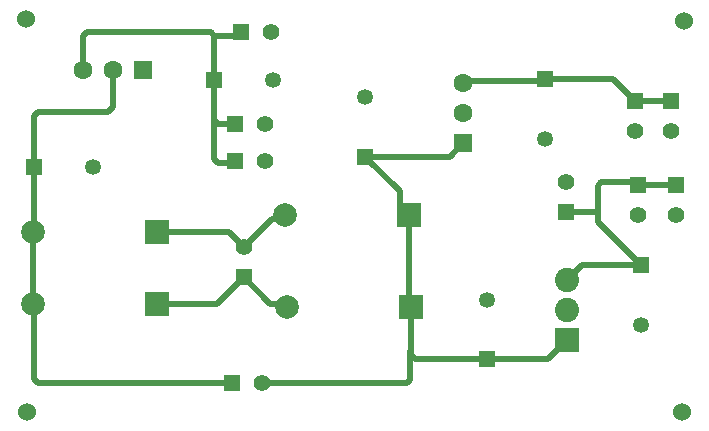
<source format=gbl>
G04*
G04 #@! TF.GenerationSoftware,Altium Limited,Altium Designer,20.2.5 (213)*
G04*
G04 Layer_Physical_Order=2*
G04 Layer_Color=16711680*
%FSLAX44Y44*%
%MOMM*%
G71*
G04*
G04 #@! TF.SameCoordinates,7541D054-3382-41C0-95A3-E9C1F66121CC*
G04*
G04*
G04 #@! TF.FilePolarity,Positive*
G04*
G01*
G75*
%ADD25C,2.0500*%
%ADD26R,2.0500X2.0500*%
%ADD29C,0.5080*%
%ADD30R,1.3500X1.3500*%
%ADD31C,1.3500*%
%ADD32R,1.4000X1.4000*%
%ADD33C,1.4000*%
%ADD34R,1.4000X1.4000*%
%ADD35C,1.5240*%
%ADD36C,1.6000*%
%ADD37R,1.6000X1.6000*%
%ADD38R,1.3500X1.3500*%
%ADD39C,2.0000*%
%ADD40R,2.0000X2.0000*%
%ADD41R,1.6000X1.6000*%
%ADD42C,1.6000*%
D25*
X480384Y134365D02*
D03*
Y109015D02*
D03*
D26*
Y83665D02*
D03*
D29*
X506734Y191770D02*
Y213989D01*
Y183545D02*
Y191770D01*
X480060D02*
X506734D01*
X572668Y214528D02*
X572770Y214630D01*
X541126Y214528D02*
X572668D01*
X541024Y214425D02*
X541126Y214528D01*
X182014Y236656D02*
Y269676D01*
X198120Y233680D02*
X199390Y234950D01*
X184990Y233680D02*
X198120D01*
X182014Y236656D02*
X184990Y233680D01*
X182014Y269676D02*
Y303325D01*
X184990Y266700D02*
X199390D01*
X182014Y269676D02*
X184990Y266700D01*
X201289Y340989D02*
X204470Y344170D01*
X182014Y340989D02*
X201289D01*
X538484Y285545D02*
X538586Y285648D01*
X568858D01*
X568960Y285750D01*
X348214Y74725D02*
Y111555D01*
Y71351D02*
Y74725D01*
X222254Y46785D02*
X345008D01*
X347984Y49761D01*
Y74495D01*
X348214Y74725D01*
X412754Y67505D02*
X464224D01*
X480384Y83665D01*
X28984Y114095D02*
X29214Y113865D01*
Y50595D02*
Y113865D01*
Y50595D02*
X33024Y46785D01*
X196854D01*
X33024Y276655D02*
X92278D01*
X96524Y280901D02*
Y312215D01*
X92278Y276655D02*
X96524Y280901D01*
X29614Y229665D02*
Y273245D01*
X33024Y276655D01*
X74100Y343965D02*
X179038D01*
X182014Y303325D02*
Y340989D01*
X179038Y343965D02*
X182014Y340989D01*
X71124Y312215D02*
Y340989D01*
X74100Y343965D01*
X538484Y216965D02*
X541024Y214425D01*
X509710Y216965D02*
X538484D01*
X506734Y213989D02*
X509710Y216965D01*
X506734Y183545D02*
X543564Y146715D01*
X480384Y134365D02*
X480956D01*
X493306Y146715D01*
X543564D01*
X462284Y304195D02*
X519834D01*
X538484Y285545D01*
X460579Y302490D02*
X462284Y304195D01*
X394139Y302490D02*
X460579D01*
X392434Y300785D02*
X394139Y302490D01*
X309884Y238955D02*
X381404D01*
X392434Y249985D01*
X339484Y196485D02*
X346944Y189025D01*
X339484Y196485D02*
Y209355D01*
X309884Y238955D02*
X339484Y209355D01*
X352060Y67505D02*
X412754D01*
X348214Y71351D02*
X352060Y67505D01*
X346944Y112825D02*
Y189025D01*
Y112825D02*
X348214Y111555D01*
X207014Y162355D02*
X230829Y186170D01*
X239489D01*
X242344Y189025D01*
X207014Y136955D02*
X229559Y114410D01*
X240759D01*
X243614Y111555D01*
X133584Y114095D02*
X184154D01*
X207014Y136955D01*
X133584Y175055D02*
X194314D01*
X207014Y162355D01*
X29299Y229350D02*
X29614Y229665D01*
X29299Y175370D02*
Y229350D01*
X28984Y175055D02*
X29299Y175370D01*
X28984Y114095D02*
Y175055D01*
D30*
X182014Y303325D02*
D03*
X29614Y229665D02*
D03*
D31*
X232014Y303325D02*
D03*
X462284Y254195D02*
D03*
X309884Y288955D02*
D03*
X543564Y96715D02*
D03*
X412754Y117505D02*
D03*
X79614Y229665D02*
D03*
D32*
X480060Y191770D02*
D03*
X572770Y214630D02*
D03*
X568960Y285750D02*
D03*
X538484Y285545D02*
D03*
X207014Y136955D02*
D03*
X541024Y214425D02*
D03*
D33*
X480060Y217170D02*
D03*
X572770Y189230D02*
D03*
X224790Y266700D02*
D03*
X229870Y344170D02*
D03*
X568960Y260350D02*
D03*
X222254Y46785D02*
D03*
X538484Y260145D02*
D03*
X207014Y162355D02*
D03*
X541024Y189025D02*
D03*
X224790Y234950D02*
D03*
D34*
X199390Y266700D02*
D03*
X204470Y344170D02*
D03*
X196854Y46785D02*
D03*
X199390Y234950D02*
D03*
D35*
X579495Y353281D02*
D03*
X22583Y355022D02*
D03*
X23480Y22901D02*
D03*
X577850Y22860D02*
D03*
D36*
X392434Y300785D02*
D03*
Y275385D02*
D03*
D37*
Y249985D02*
D03*
D38*
X462284Y304195D02*
D03*
X309884Y238955D02*
D03*
X543564Y146715D02*
D03*
X412754Y67505D02*
D03*
D39*
X242344Y189025D02*
D03*
X28984Y175055D02*
D03*
X243614Y111555D02*
D03*
X28984Y114095D02*
D03*
D40*
X346944Y189025D02*
D03*
X133584Y175055D02*
D03*
X348214Y111555D02*
D03*
X133584Y114095D02*
D03*
D41*
X121924Y312215D02*
D03*
D42*
X96524D02*
D03*
X71124D02*
D03*
M02*

</source>
